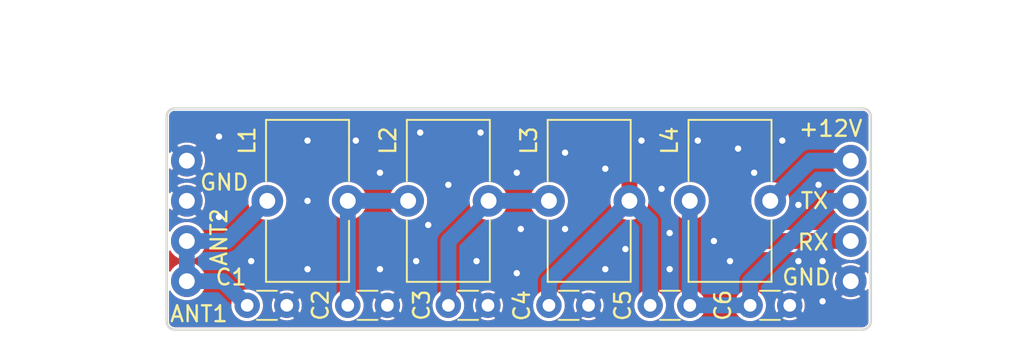
<source format=kicad_pcb>
(kicad_pcb (version 20211014) (generator pcbnew)
  (layers (0 "F.Cu" signal) (31 "B.Cu" signal) (34 "B.Paste" user) (35 "F.Paste" user) (36 "B.SilkS" user "B.Silkscreen") (37 "F.SilkS" user "F.Silkscreen") (38 "B.Mask" user) (39 "F.Mask" user) (44 "Edge.Cuts" user))
  (net 0 "")
  (net 1 "GND")
  (net 2 "Net-(C1-Pad1)")
  (net 3 "Net-(C2-Pad1)")
  (net 4 "Net-(C3-Pad1)")
  (net 5 "Net-(C4-Pad1)")
  (net 6 "Net-(C5-Pad1)")
  (net 7 "Net-(L4-Pad2)")
  (footprint "Inductor_THT:L_Toroid_Vertical_L10.0mm_W5.0mm_P5.08mm" (layer "F.Cu") (at 60.96 38.862 90)
    (fp_text reference "L1" (at 3.81 -1.27 270) (layer "F.SilkS"))
    (fp_text value "T37-6 (16T)")
    (fp_line (start -5.12 -0.08) (end -1.255 -0.08) (layer "F.SilkS") (width 0.12))
    (fp_line (start 5.12 -0.08) (end 5.12 5.16) (layer "F.SilkS") (width 0.12))
    (fp_line (start -5.12 -0.08) (end -5.12 5.16) (layer "F.SilkS") (width 0.12))
    (fp_line (start 1.255 -0.08) (end 5.12 -0.08) (layer "F.SilkS") (width 0.12))
    (fp_line (start -5.12 5.16) (end -1.255 5.16) (layer "F.SilkS") (width 0.12))
    (fp_line (start 1.255 5.16) (end 5.12 5.16) (layer "F.SilkS") (width 0.12))
    (pad "1" thru_hole circle locked (at 0 0 90) (size 2 2) (drill 1) (layers *.Cu *.Mask) (net 2 "Net-(C1-Pad1)"))
    (pad "2" thru_hole circle locked (at 0 5.08 90) (size 2 2) (drill 1) (layers *.Cu *.Mask) (net 3 "Net-(C2-Pad1)"))
  )
  (footprint "Inductor_THT:L_Toroid_Vertical_L10.0mm_W5.0mm_P5.08mm" (layer "F.Cu") (at 78.74 38.862 90)
    (fp_text reference "L3" (at 3.81 -1.27 270) (layer "F.SilkS"))
    (fp_text value "T37-6 (16T)")
    (fp_line (start 1.255 5.16) (end 5.12 5.16) (layer "F.SilkS") (width 0.12))
    (fp_line (start -5.12 -0.08) (end -5.12 5.16) (layer "F.SilkS") (width 0.12))
    (fp_line (start -5.12 -0.08) (end -1.255 -0.08) (layer "F.SilkS") (width 0.12))
    (fp_line (start 5.12 -0.08) (end 5.12 5.16) (layer "F.SilkS") (width 0.12))
    (fp_line (start -5.12 5.16) (end -1.255 5.16) (layer "F.SilkS") (width 0.12))
    (fp_line (start 1.255 -0.08) (end 5.12 -0.08) (layer "F.SilkS") (width 0.12))
    (pad "1" thru_hole circle locked (at 0 0 90) (size 2 2) (drill 1) (layers *.Cu *.Mask) (net 4 "Net-(C3-Pad1)"))
    (pad "2" thru_hole circle locked (at 0 5.08 90) (size 2 2) (drill 1) (layers *.Cu *.Mask) (net 5 "Net-(C4-Pad1)"))
  )
  (footprint "Inductor_THT:L_Toroid_Vertical_L10.0mm_W5.0mm_P5.08mm" (layer "F.Cu") (at 87.63 38.862 90)
    (fp_text reference "L4" (at 3.81 -1.27 270) (layer "F.SilkS"))
    (fp_text value " ")
    (fp_line (start 1.255 -0.08) (end 5.12 -0.08) (layer "F.SilkS") (width 0.12))
    (fp_line (start 1.255 5.16) (end 5.12 5.16) (layer "F.SilkS") (width 0.12))
    (fp_line (start 5.12 -0.08) (end 5.12 5.16) (layer "F.SilkS") (width 0.12))
    (fp_line (start -5.12 -0.08) (end -5.12 5.16) (layer "F.SilkS") (width 0.12))
    (fp_line (start -5.12 -0.08) (end -1.255 -0.08) (layer "F.SilkS") (width 0.12))
    (fp_line (start -5.12 5.16) (end -1.255 5.16) (layer "F.SilkS") (width 0.12))
    (pad "1" thru_hole circle locked (at 0 0 90) (size 2 2) (drill 1) (layers *.Cu *.Mask) (net 6 "Net-(C5-Pad1)"))
    (pad "2" thru_hole circle locked (at 0 5.08 90) (size 2 2) (drill 1) (layers *.Cu *.Mask) (net 7 "Net-(L4-Pad2)"))
  )
  (footprint "user_footprints:pin" (layer "F.Cu") (at 95.09 36.5252)
    (fp_text reference "+12V" (at 1.43 -2.2352) (layer "F.SilkS"))
    (fp_text value " ")
    (pad "1" thru_hole circle locked (at 2.7 -0.2032) (size 2 2) (drill 1) (layers *.Cu *.Mask) (net 7 "Net-(L4-Pad2)"))
  )
  (footprint "user_footprints:pin" (layer "F.Cu") (at 97.79 41.6052)
    (fp_text reference "RX" (at -2.37 -0.1232) (layer "F.SilkS"))
    (fp_text value " ")
    (pad "1" thru_hole circle locked (at 0 -0.2032) (size 2 2) (drill 1) (layers *.Cu *.Mask) (net 5 "Net-(C4-Pad1)"))
  )
  (footprint "user_footprints:pin" (layer "F.Cu") (at 97.79 44.1452)
    (fp_text reference "GND" (at -2.794 -0.4572) (layer "F.SilkS"))
    (fp_text value " ")
    (pad "1" thru_hole circle locked (at 0 -0.2032) (size 2 2) (drill 1) (layers *.Cu *.Mask) (net 1 "GND"))
  )
  (footprint "user_footprints:pin" (layer "F.Cu") (at 55.88 44.1452)
    (fp_text reference "ANT1" (at 0.765353 1.864672) (layer "F.SilkS"))
    (fp_text value " ")
    (pad "1" thru_hole circle locked (at 0 -0.2032) (size 2 2) (drill 1) (layers *.Cu *.Mask) (net 2 "Net-(C1-Pad1)"))
  )
  (footprint "user_footprints:pin" (layer "F.Cu") (at 55.88 39.0652)
    (fp_text reference " " (at -2.54 -1.4732) (layer "F.SilkS"))
    (fp_text value " ")
    (pad "1" thru_hole circle locked (at 0 -0.2032) (size 2 2) (drill 1) (layers *.Cu *.Mask) (net 1 "GND"))
  )
  (footprint "user_footprints:pin" (layer "F.Cu") (at 96.69 39.0652)
    (fp_text reference "TX" (at -1.186 -0.2032) (layer "F.SilkS"))
    (fp_text value "TX")
    (pad "1" thru_hole circle locked (at 1.1 -0.2032) (size 2 2) (drill 1) (layers *.Cu *.Mask) (net 6 "Net-(C5-Pad1)"))
  )
  (footprint "Capacitor_THT:C_Disc_D3.0mm_W1.6mm_P2.50mm" (layer "F.Cu") (at 72.39 45.466)
    (fp_text reference "C3" (at -1.687268 -0.007348 90) (layer "F.SilkS"))
    (fp_text value " ")
    (fp_line (start 0.621 0.92) (end 1.879 0.92) (layer "F.SilkS") (width 0.12))
    (fp_line (start 0.621 -0.92) (end 1.879 -0.92) (layer "F.SilkS") (width 0.12))
    (pad "1" thru_hole circle locked (at 0 0) (size 1.6 1.6) (drill 0.8) (layers *.Cu *.Mask) (net 4 "Net-(C3-Pad1)"))
    (pad "2" thru_hole circle locked (at 2.5 0) (size 1.6 1.6) (drill 0.8) (layers *.Cu *.Mask) (net 1 "GND"))
  )
  (footprint "Capacitor_THT:C_Disc_D3.0mm_W1.6mm_P2.50mm" (layer "F.Cu") (at 78.74 45.466)
    (fp_text reference "C4" (at -1.7136 0.020402 90) (layer "F.SilkS"))
    (fp_text value " ")
    (fp_line (start 0.621 -0.92) (end 1.879 -0.92) (layer "F.SilkS") (width 0.12))
    (fp_line (start 0.621 0.92) (end 1.879 0.92) (layer "F.SilkS") (width 0.12))
    (pad "1" thru_hole circle locked (at 0 0) (size 1.6 1.6) (drill 0.8) (layers *.Cu *.Mask) (net 5 "Net-(C4-Pad1)"))
    (pad "2" thru_hole circle locked (at 2.5 0) (size 1.6 1.6) (drill 0.8) (layers *.Cu *.Mask) (net 1 "GND"))
  )
  (footprint "Capacitor_THT:C_Disc_D3.0mm_W1.6mm_P2.50mm" (layer "F.Cu") (at 91.44 45.466)
    (fp_text reference "C6" (at -1.723313 -0.000001 90) (layer "F.SilkS"))
    (fp_text value " ")
    (fp_line (start 0.621 -0.92) (end 1.879 -0.92) (layer "F.SilkS") (width 0.12))
    (fp_line (start 0.621 0.92) (end 1.879 0.92) (layer "F.SilkS") (width 0.12))
    (pad "1" thru_hole circle locked (at 0 0) (size 1.6 1.6) (drill 0.8) (layers *.Cu *.Mask) (net 6 "Net-(C5-Pad1)"))
    (pad "2" thru_hole circle locked (at 2.5 0) (size 1.6 1.6) (drill 0.8) (layers *.Cu *.Mask) (net 1 "GND"))
  )
  (footprint "Inductor_THT:L_Toroid_Vertical_L10.0mm_W5.0mm_P5.08mm" (layer "F.Cu") (at 69.85 38.862 90)
    (fp_text reference "L2" (at 3.81 -1.27 270) (layer "F.SilkS"))
    (fp_text value "T37-6 (17T)")
    (fp_line (start 1.255 -0.08) (end 5.12 -0.08) (layer "F.SilkS") (width 0.12))
    (fp_line (start -5.12 -0.08) (end -1.255 -0.08) (layer "F.SilkS") (width 0.12))
    (fp_line (start -5.12 -0.08) (end -5.12 5.16) (layer "F.SilkS") (width 0.12))
    (fp_line (start 5.12 -0.08) (end 5.12 5.16) (layer "F.SilkS") (width 0.12))
    (fp_line (start -5.12 5.16) (end -1.255 5.16) (layer "F.SilkS") (width 0.12))
    (fp_line (start 1.255 5.16) (end 5.12 5.16) (layer "F.SilkS") (width 0.12))
    (pad "1" thru_hole circle locked (at 0 0 90) (size 2 2) (drill 1) (layers *.Cu *.Mask) (net 3 "Net-(C2-Pad1)"))
    (pad "2" thru_hole circle locked (at 0 5.08 90) (size 2 2) (drill 1) (layers *.Cu *.Mask) (net 4 "Net-(C3-Pad1)"))
  )
  (footprint "Capacitor_THT:C_Disc_D3.0mm_W1.6mm_P2.50mm" (layer "F.Cu") (at 59.69 45.466)
    (fp_text reference "C1" (at -1.016 -1.778 180) (layer "F.SilkS"))
    (fp_text value "180pF")
    (fp_line (start 0.621 0.92) (end 1.879 0.92) (layer "F.SilkS") (width 0.12))
    (fp_line (start 0.621 -0.92) (end 1.879 -0.92) (layer "F.SilkS") (width 0.12))
    (pad "1" thru_hole circle locked (at 0 0) (size 1.6 1.6) (drill 0.8) (layers *.Cu *.Mask) (net 2 "Net-(C1-Pad1)"))
    (pad "2" thru_hole circle locked (at 2.5 0) (size 1.6 1.6) (drill 0.8) (layers *.Cu *.Mask) (net 1 "GND"))
  )
  (footprint "Capacitor_THT:C_Disc_D3.0mm_W1.6mm_P2.50mm" (layer "F.Cu") (at 66.04 45.466)
    (fp_text reference "C2" (at -1.72579 -0.007734 90) (layer "F.SilkS"))
    (fp_text value "390pF")
    (fp_line (start 0.621 0.92) (end 1.879 0.92) (layer "F.SilkS") (width 0.12))
    (fp_line (start 0.621 -0.92) (end 1.879 -0.92) (layer "F.SilkS") (width 0.12))
    (pad "1" thru_hole circle locked (at 0 0) (size 1.6 1.6) (drill 0.8) (layers *.Cu *.Mask) (net 3 "Net-(C2-Pad1)"))
    (pad "2" thru_hole circle locked (at 2.5 0) (size 1.6 1.6) (drill 0.8) (layers *.Cu *.Mask) (net 1 "GND"))
  )
  (footprint "user_footprints:pin" (layer "F.Cu") (at 55.88 36.5252)
    (fp_text reference "GND" (at 2.365346 1.164703 180) (layer "F.SilkS"))
    (fp_text value " ")
    (pad "1" thru_hole circle locked (at 0 -0.2032) (size 2 2) (drill 1) (layers *.Cu *.Mask) (net 1 "GND"))
  )
  (footprint "user_footprints:pin" (layer "F.Cu") (at 55.88 41.6052)
    (fp_text reference "ANT2" (at 2.032 -0.4572 90) (layer "F.SilkS"))
    (fp_text value " ")
    (pad "1" thru_hole circle locked (at 0 -0.2032) (size 2 2) (drill 1) (layers *.Cu *.Mask) (net 2 "Net-(C1-Pad1)"))
  )
  (footprint "Capacitor_THT:C_Disc_D3.0mm_W1.6mm_P2.50mm" (layer "F.Cu") (at 87.63 45.466 180)
    (fp_text reference "C5" (at 4.232955 -0.011772 90) (layer "F.SilkS"))
    (fp_text value " ")
    (fp_line (start 0.621 -0.92) (end 1.879 -0.92) (layer "F.SilkS") (width 0.12))
    (fp_line (start 0.621 0.92) (end 1.879 0.92) (layer "F.SilkS") (width 0.12))
    (pad "1" thru_hole circle locked (at 0 0 180) (size 1.6 1.6) (drill 0.8) (layers *.Cu *.Mask) (net 6 "Net-(C5-Pad1)"))
    (pad "2" thru_hole circle locked (at 2.5 0 180) (size 1.6 1.6) (drill 0.8) (layers *.Cu *.Mask) (net 5 "Net-(C4-Pad1)"))
  )
  (gr_line (start 98.552 33.02) (end 55.118 33.02) (layer "Edge.Cuts") (width 0.15))
  (gr_line (start 54.61 33.528) (end 54.61 46.482) (layer "Edge.Cuts") (width 0.15))
  (gr_arc (start 55.117997 46.999522) (mid 54.754481 46.848263) (end 54.61 46.482) (layer "Edge.Cuts") (width 0.1524))
  (gr_arc (start 99.063718 46.482146) (mid 98.908333 46.840356) (end 98.552 47) (layer "Edge.Cuts") (width 0.1524))
  (gr_arc (start 98.552 33.02) (mid 98.91121 33.16879) (end 99.06 33.528) (layer "Edge.Cuts") (width 0.1524))
  (gr_arc (start 54.61 33.528) (mid 54.75879 33.16879) (end 55.118 33.02) (layer "Edge.Cuts") (width 0.1524))
  (gr_line (start 99.06 46.482) (end 99.06 33.528) (layer "Edge.Cuts") (width 0.15))
  (gr_line (start 55.118 47) (end 98.552 47) (layer "Edge.Cuts") (width 0.15))
  (via (at 83.566 41.91) (size 0.8) (drill 0.4) (layers "F.Cu" "B.Cu") (net 1))
  (via (at 79.756 40.64) (size 0.8) (drill 0.4) (layers "F.Cu" "B.Cu") (net 1))
  (via (at 63.5 35.052) (size 0.8) (drill 0.4) (layers "F.Cu" "B.Cu") (net 1))
  (via (at 68.072 37.084) (size 0.8) (drill 0.4) (layers "F.Cu" "B.Cu") (net 1))
  (via (at 84.582 35.052) (size 0.8) (drill 0.4) (layers "F.Cu" "B.Cu") (net 1))
  (via (at 88.138 35.052) (size 0.8) (drill 0.4) (layers "F.Cu" "B.Cu") (net 1))
  (via (at 82.296 43.18) (size 0.8) (drill 0.4) (layers "F.Cu" "B.Cu") (net 1))
  (via (at 89.154 41.402) (size 0.8) (drill 0.4) (layers "F.Cu" "B.Cu") (net 1))
  (via (at 68.072 43.18) (size 0.8) (drill 0.4) (layers "F.Cu" "B.Cu") (net 1))
  (via (at 96.012 45.212) (size 0.8) (drill 0.4) (layers "F.Cu" "B.Cu") (net 1))
  (via (at 70.358 42.672) (size 0.8) (drill 0.4) (layers "F.Cu" "B.Cu") (net 1))
  (via (at 90.678 35.56) (size 0.8) (drill 0.4) (layers "F.Cu" "B.Cu") (net 1))
  (via (at 76.962 40.64) (size 0.8) (drill 0.4) (layers "F.Cu" "B.Cu") (net 1))
  (via (at 91.694 37.084) (size 0.8) (drill 0.4) (layers "F.Cu" "B.Cu") (net 1))
  (via (at 95.758 37.846) (size 0.8) (drill 0.4) (layers "F.Cu" "B.Cu") (net 1))
  (via (at 74.168 42.672) (size 0.8) (drill 0.4) (layers "F.Cu" "B.Cu") (net 1))
  (via (at 90.17 42.672) (size 0.8) (drill 0.4) (layers "F.Cu" "B.Cu") (net 1))
  (via (at 82.296 36.83) (size 0.8) (drill 0.4) (layers "F.Cu" "B.Cu") (net 1))
  (via (at 66.548 35.052) (size 0.8) (drill 0.4) (layers "F.Cu" "B.Cu") (net 1))
  (via (at 63.5 43.18) (size 0.8) (drill 0.4) (layers "F.Cu" "B.Cu") (net 1))
  (via (at 85.852 38.1) (size 0.8) (drill 0.4) (layers "F.Cu" "B.Cu") (net 1))
  (via (at 57.912 39.878) (size 0.8) (drill 0.4) (layers "F.Cu" "B.Cu") (net 1))
  (via (at 94.488 39.116) (size 0.8) (drill 0.4) (layers "F.Cu" "B.Cu") (net 1))
  (via (at 86.36 43.18) (size 0.8) (drill 0.4) (layers "F.Cu" "B.Cu") (net 1))
  (via (at 70.612 34.544) (size 0.8) (drill 0.4) (layers "F.Cu" "B.Cu") (net 1))
  (via (at 94.488 42.672) (size 0.8) (drill 0.4) (layers "F.Cu" "B.Cu") (net 1))
  (via (at 57.912 34.798) (size 0.8) (drill 0.4) (layers "F.Cu" "B.Cu") (net 1))
  (via (at 76.708 43.434) (size 0.8) (drill 0.4) (layers "F.Cu" "B.Cu") (net 1))
  (via (at 86.36 40.894) (size 0.8) (drill 0.4) (layers "F.Cu" "B.Cu") (net 1))
  (via (at 76.708 37.084) (size 0.8) (drill 0.4) (layers "F.Cu" "B.Cu") (net 1))
  (via (at 72.39 37.846) (size 0.8) (drill 0.4) (layers "F.Cu" "B.Cu") (net 1))
  (via (at 96.012 42.672) (size 0.8) (drill 0.4) (layers "F.Cu" "B.Cu") (net 1))
  (via (at 59.944 42.672) (size 0.8) (drill 0.4) (layers "F.Cu" "B.Cu") (net 1))
  (via (at 79.756 35.814) (size 0.8) (drill 0.4) (layers "F.Cu" "B.Cu") (net 1))
  (via (at 93.472 35.052) (size 0.8) (drill 0.4) (layers "F.Cu" "B.Cu") (net 1))
  (via (at 63.5 38.862) (size 0.8) (drill 0.4) (layers "F.Cu" "B.Cu") (net 1))
  (via (at 71.12 40.386) (size 0.8) (drill 0.4) (layers "F.Cu" "B.Cu") (net 1))
  (via (at 74.422 34.544) (size 0.8) (drill 0.4) (layers "F.Cu" "B.Cu") (net 1))
  (segment (start 55.88 43.942) (end 58.166 43.942) (width 1) (layer "B.Cu") (net 2))
  (segment (start 58.42 41.402) (end 60.96 38.862) (width 1) (layer "B.Cu") (net 2))
  (segment (start 55.88 41.402) (end 58.42 41.402) (width 1) (layer "B.Cu") (net 2))
  (segment (start 55.88 41.402) (end 55.88 43.942) (width 1) (layer "B.Cu") (net 2))
  (segment (start 58.166 43.942) (end 59.69 45.466) (width 1) (layer "B.Cu") (net 2))
  (segment (start 66.04 38.862) (end 66.04 45.466) (width 1) (layer "B.Cu") (net 3))
  (segment (start 66.04 38.862) (end 69.85 38.862) (width 1) (layer "B.Cu") (net 3))
  (segment (start 72.39 41.402) (end 74.93 38.862) (width 1) (layer "B.Cu") (net 4))
  (segment (start 74.93 38.862) (end 78.74 38.862) (width 1) (layer "B.Cu") (net 4))
  (segment (start 72.39 45.466) (end 72.39 41.402) (width 1) (layer "B.Cu") (net 4))
  (segment (start 90.17 40.386) (end 90.17 37.338) (width 1) (layer "F.Cu") (net 5))
  (segment (start 84.328 36.576) (end 83.82 37.084) (width 1) (layer "F.Cu") (net 5))
  (segment (start 97.79 41.402) (end 91.186 41.402) (width 1) (layer "F.Cu") (net 5))
  (segment (start 91.186 41.402) (end 90.17 40.386) (width 1) (layer "F.Cu") (net 5))
  (segment (start 83.82 37.084) (end 83.82 38.862) (width 1) (layer "F.Cu") (net 5))
  (segment (start 89.408 36.576) (end 84.328 36.576) (width 1) (layer "F.Cu") (net 5))
  (segment (start 90.17 37.338) (end 89.408 36.576) (width 1) (layer "F.Cu") (net 5))
  (segment (start 85.13 45.466) (end 85.13 40.172) (width 1) (layer "B.Cu") (net 5))
  (segment (start 78.74 43.942) (end 83.82 38.862) (width 1) (layer "B.Cu") (net 5))
  (segment (start 85.13 40.172) (end 83.82 38.862) (width 1) (layer "B.Cu") (net 5))
  (segment (start 78.74 45.466) (end 78.74 43.942) (width 1) (layer "B.Cu") (net 5))
  (segment (start 87.63 38.862) (end 87.63 45.466) (width 1) (layer "B.Cu") (net 6))
  (segment (start 87.63 45.466) (end 91.44 45.466) (width 1) (layer "B.Cu") (net 6))
  (segment (start 91.44 43.942) (end 96.52 38.862) (width 1) (layer "B.Cu") (net 6))
  (segment (start 96.52 38.862) (end 97.79 38.862) (width 1) (layer "B.Cu") (net 6))
  (segment (start 91.44 45.466) (end 91.44 43.942) (width 1) (layer "B.Cu") (net 6))
  (segment (start 92.71 38.862) (end 95.25 36.322) (width 1) (layer "B.Cu") (net 7))
  (segment (start 95.25 36.322) (end 97.79 36.322) (width 1) (layer "B.Cu") (net 7))
  (zone (net 1) (net_name "GND") (layer "F.Cu") (connect_pads (clearance 0.15)) (min_thickness 0.1) (fill yes (thermal_gap 0.15) (thermal_bridge_width 0.508))
    (polygon (pts (xy 99.06 46.99) (xy 54.61 46.99) (xy 54.61 33.02) (xy 99.06 33.02)))
  )
  (zone (net 1) (net_name "GND") (layer "B.Cu") (connect_pads (clearance 0.15)) (min_thickness 0.1) (fill yes (thermal_gap 0.15) (thermal_bridge_width 0.508))
    (polygon (pts (xy 99.06 46.99) (xy 54.61 46.99) (xy 54.61 33.02) (xy 99.06 33.02)))
  )
)
</source>
